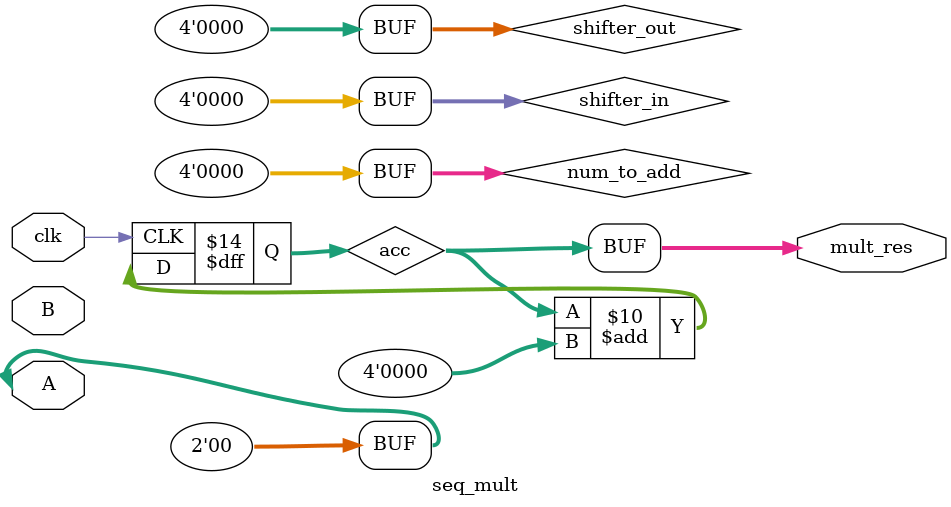
<source format=v>
module seq_mult(
    input [1:0] A,
    input [1:0] B,
    input clk,
    output [3:0] mult_res
);
    reg counter = 1'b0;
    reg [3:0] acc = 4'b0;
    wire [3:0] num_to_add = 0;
    wire [3:0] shifter_in = 0;
    wire [3:0] shifter_out = 0;

    assign shifter_out = shifter_in << counter;

    assign num_to_add = shifter_out & {B[counter], B[counter], B[counter], B[counter]};

    assign shifter_in = {2'b0, A};

    assign mult_res = acc;

    always @(posedge clk) begin
        counter <= counter + 1;
    end

    always @(posedge clk) begin
        acc <= acc + num_to_add;
    end

    always @(posedge clk) begin
        $display($time, "] NUM_TO_ADD: %b", num_to_add);
        $display($time, "] SHIFTER_OUT: %b", shifter_out);
        $display($time, "] SHIFTER_IN: %b", shifter_in);
        $display($time, "] MULT_RES: %b", mult_res);
        $display($time, "] CNT: %b", counter);
        $display($time, "] A: %b", A);
        $display($time, "] B: %b", B);
    end
endmodule
</source>
